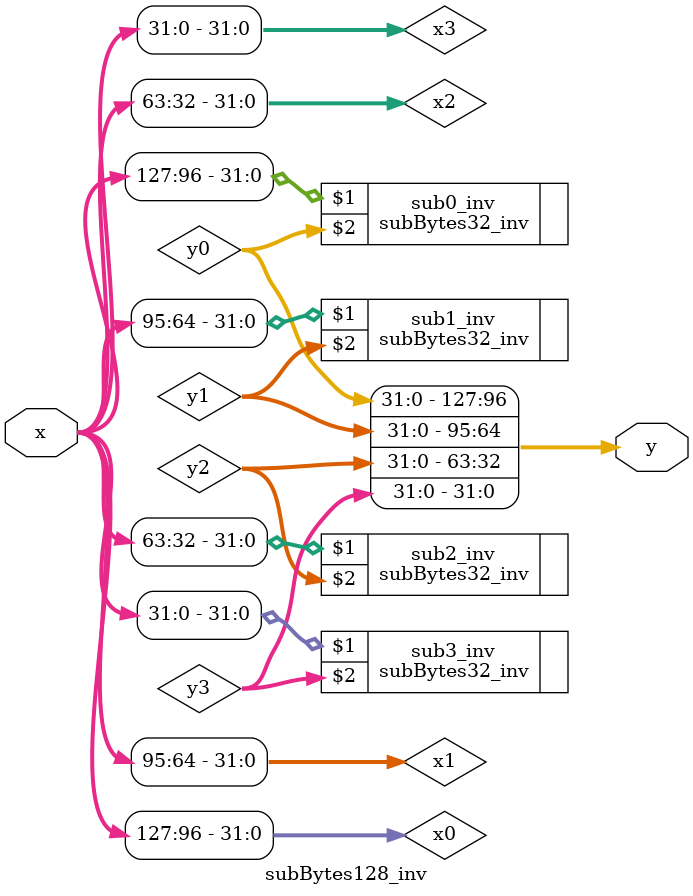
<source format=v>
module subBytes128_inv (x, y);
input [127:0] x;
output [127:0] y;
wire [31:0] x0, x1, x2, x3;
wire [31:0] y0, y1, y2, y3;

assign x0 = x[127:96];
assign x1 = x[ 95:64];
assign x2 = x[ 63:32];
assign x3 = x[ 31: 0];

subBytes32_inv sub0_inv (x0, y0);
subBytes32_inv sub1_inv (x1, y1);
subBytes32_inv sub2_inv (x2, y2);
subBytes32_inv sub3_inv (x3, y3);

assign y = {y0, y1, y2, y3};
endmodule

</source>
